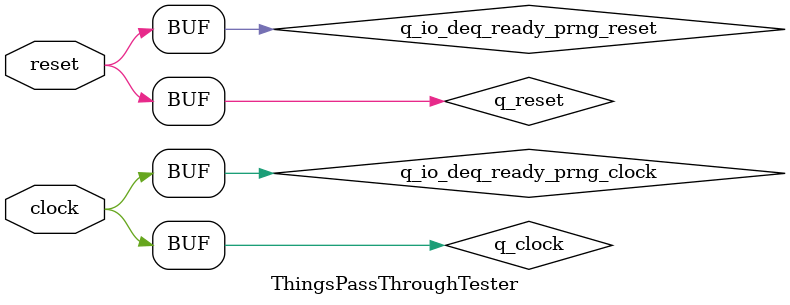
<source format=v>
module Queue(
  input   clock,
  input   reset,
  output  io_enq_ready,
  input   io_enq_valid,
  input   io_enq_bits,
  input   io_deq_ready,
  output  io_deq_valid,
  output  io_deq_bits
);
`ifdef RANDOMIZE_MEM_INIT
  reg [31:0] _RAND_0;
`endif // RANDOMIZE_MEM_INIT
`ifdef RANDOMIZE_REG_INIT
  reg [31:0] _RAND_1;
  reg [31:0] _RAND_2;
  reg [31:0] _RAND_3;
`endif // RANDOMIZE_REG_INIT
  reg  ram [0:1]; // @[Decoupled.scala 220:95]
  wire  ram_io_deq_bits_MPORT_en; // @[Decoupled.scala 220:95]
  wire  ram_io_deq_bits_MPORT_addr; // @[Decoupled.scala 220:95]
  wire  ram_io_deq_bits_MPORT_data; // @[Decoupled.scala 220:95]
  wire  ram_MPORT_data; // @[Decoupled.scala 220:95]
  wire  ram_MPORT_addr; // @[Decoupled.scala 220:95]
  wire  ram_MPORT_mask; // @[Decoupled.scala 220:95]
  wire  ram_MPORT_en; // @[Decoupled.scala 220:95]
  reg  enq_ptr_value; // @[Counter.scala 60:40]
  reg  deq_ptr_value; // @[Counter.scala 60:40]
  reg  maybe_full; // @[Decoupled.scala 223:27]
  wire  ptr_match = enq_ptr_value == deq_ptr_value; // @[Decoupled.scala 225:33]
  wire  empty = ptr_match & ~maybe_full; // @[Decoupled.scala 226:25]
  wire  full = ptr_match & maybe_full; // @[Decoupled.scala 227:24]
  wire  do_enq = io_enq_ready & io_enq_valid; // @[Decoupled.scala 40:37]
  wire  do_deq = io_deq_ready & io_deq_valid; // @[Decoupled.scala 40:37]
  assign ram_io_deq_bits_MPORT_en = 1'h1;
  assign ram_io_deq_bits_MPORT_addr = deq_ptr_value;
  assign ram_io_deq_bits_MPORT_data = ram[ram_io_deq_bits_MPORT_addr]; // @[Decoupled.scala 220:95]
  assign ram_MPORT_data = io_enq_bits;
  assign ram_MPORT_addr = enq_ptr_value;
  assign ram_MPORT_mask = 1'h1;
  assign ram_MPORT_en = io_enq_ready & io_enq_valid;
  assign io_enq_ready = ~full; // @[Decoupled.scala 243:19]
  assign io_deq_valid = ~empty; // @[Decoupled.scala 242:19]
  assign io_deq_bits = ram_io_deq_bits_MPORT_data; // @[Decoupled.scala 251:17]
  always @(posedge clock) begin
    if (ram_MPORT_en & ram_MPORT_mask) begin
      ram[ram_MPORT_addr] <= ram_MPORT_data; // @[Decoupled.scala 220:95]
    end
    if (reset) begin // @[Counter.scala 60:40]
      enq_ptr_value <= 1'h0; // @[Counter.scala 60:40]
    end else if (do_enq) begin // @[Decoupled.scala 231:17]
      enq_ptr_value <= enq_ptr_value + 1'h1; // @[Counter.scala 76:15]
    end
    if (reset) begin // @[Counter.scala 60:40]
      deq_ptr_value <= 1'h0; // @[Counter.scala 60:40]
    end else if (do_deq) begin // @[Decoupled.scala 235:17]
      deq_ptr_value <= deq_ptr_value + 1'h1; // @[Counter.scala 76:15]
    end
    if (reset) begin // @[Decoupled.scala 223:27]
      maybe_full <= 1'h0; // @[Decoupled.scala 223:27]
    end else if (do_enq != do_deq) begin // @[Decoupled.scala 238:28]
      maybe_full <= do_enq; // @[Decoupled.scala 239:16]
    end
  end
// Register and memory initialization
`ifdef RANDOMIZE_GARBAGE_ASSIGN
`define RANDOMIZE
`endif
`ifdef RANDOMIZE_INVALID_ASSIGN
`define RANDOMIZE
`endif
`ifdef RANDOMIZE_REG_INIT
`define RANDOMIZE
`endif
`ifdef RANDOMIZE_MEM_INIT
`define RANDOMIZE
`endif
`ifndef RANDOM
`define RANDOM $random
`endif
`ifdef RANDOMIZE_MEM_INIT
  integer initvar;
`endif
`ifndef SYNTHESIS
`ifdef FIRRTL_BEFORE_INITIAL
`FIRRTL_BEFORE_INITIAL
`endif
initial begin
  `ifdef RANDOMIZE
    `ifdef INIT_RANDOM
      `INIT_RANDOM
    `endif
    `ifndef VERILATOR
      `ifdef RANDOMIZE_DELAY
        #`RANDOMIZE_DELAY begin end
      `else
        #0.002 begin end
      `endif
    `endif
`ifdef RANDOMIZE_MEM_INIT
  _RAND_0 = {1{`RANDOM}};
  for (initvar = 0; initvar < 2; initvar = initvar+1)
    ram[initvar] = _RAND_0[0:0];
`endif // RANDOMIZE_MEM_INIT
`ifdef RANDOMIZE_REG_INIT
  _RAND_1 = {1{`RANDOM}};
  enq_ptr_value = _RAND_1[0:0];
  _RAND_2 = {1{`RANDOM}};
  deq_ptr_value = _RAND_2[0:0];
  _RAND_3 = {1{`RANDOM}};
  maybe_full = _RAND_3[0:0];
`endif // RANDOMIZE_REG_INIT
  `endif // RANDOMIZE
end // initial
`ifdef FIRRTL_AFTER_INITIAL
`FIRRTL_AFTER_INITIAL
`endif
`endif // SYNTHESIS
endmodule
module MaxPeriodFibonacciLFSR(
  input   clock,
  input   reset,
  output  io_out_0,
  output  io_out_1,
  output  io_out_2,
  output  io_out_3,
  output  io_out_4,
  output  io_out_5,
  output  io_out_6,
  output  io_out_7,
  output  io_out_8,
  output  io_out_9,
  output  io_out_10,
  output  io_out_11,
  output  io_out_12,
  output  io_out_13,
  output  io_out_14,
  output  io_out_15
);
`ifdef RANDOMIZE_REG_INIT
  reg [31:0] _RAND_0;
  reg [31:0] _RAND_1;
  reg [31:0] _RAND_2;
  reg [31:0] _RAND_3;
  reg [31:0] _RAND_4;
  reg [31:0] _RAND_5;
  reg [31:0] _RAND_6;
  reg [31:0] _RAND_7;
  reg [31:0] _RAND_8;
  reg [31:0] _RAND_9;
  reg [31:0] _RAND_10;
  reg [31:0] _RAND_11;
  reg [31:0] _RAND_12;
  reg [31:0] _RAND_13;
  reg [31:0] _RAND_14;
  reg [31:0] _RAND_15;
`endif // RANDOMIZE_REG_INIT
  reg  state_0; // @[PRNG.scala 47:50]
  reg  state_1; // @[PRNG.scala 47:50]
  reg  state_2; // @[PRNG.scala 47:50]
  reg  state_3; // @[PRNG.scala 47:50]
  reg  state_4; // @[PRNG.scala 47:50]
  reg  state_5; // @[PRNG.scala 47:50]
  reg  state_6; // @[PRNG.scala 47:50]
  reg  state_7; // @[PRNG.scala 47:50]
  reg  state_8; // @[PRNG.scala 47:50]
  reg  state_9; // @[PRNG.scala 47:50]
  reg  state_10; // @[PRNG.scala 47:50]
  reg  state_11; // @[PRNG.scala 47:50]
  reg  state_12; // @[PRNG.scala 47:50]
  reg  state_13; // @[PRNG.scala 47:50]
  reg  state_14; // @[PRNG.scala 47:50]
  reg  state_15; // @[PRNG.scala 47:50]
  wire  _T_2 = state_15 ^ state_13 ^ state_12 ^ state_10; // @[LFSR.scala 15:41]
  assign io_out_0 = state_0; // @[PRNG.scala 69:10]
  assign io_out_1 = state_1; // @[PRNG.scala 69:10]
  assign io_out_2 = state_2; // @[PRNG.scala 69:10]
  assign io_out_3 = state_3; // @[PRNG.scala 69:10]
  assign io_out_4 = state_4; // @[PRNG.scala 69:10]
  assign io_out_5 = state_5; // @[PRNG.scala 69:10]
  assign io_out_6 = state_6; // @[PRNG.scala 69:10]
  assign io_out_7 = state_7; // @[PRNG.scala 69:10]
  assign io_out_8 = state_8; // @[PRNG.scala 69:10]
  assign io_out_9 = state_9; // @[PRNG.scala 69:10]
  assign io_out_10 = state_10; // @[PRNG.scala 69:10]
  assign io_out_11 = state_11; // @[PRNG.scala 69:10]
  assign io_out_12 = state_12; // @[PRNG.scala 69:10]
  assign io_out_13 = state_13; // @[PRNG.scala 69:10]
  assign io_out_14 = state_14; // @[PRNG.scala 69:10]
  assign io_out_15 = state_15; // @[PRNG.scala 69:10]
  always @(posedge clock) begin
    state_0 <= reset | _T_2; // @[PRNG.scala 47:{50,50}]
    if (reset) begin // @[PRNG.scala 47:50]
      state_1 <= 1'h0; // @[PRNG.scala 47:50]
    end else begin
      state_1 <= state_0;
    end
    if (reset) begin // @[PRNG.scala 47:50]
      state_2 <= 1'h0; // @[PRNG.scala 47:50]
    end else begin
      state_2 <= state_1;
    end
    if (reset) begin // @[PRNG.scala 47:50]
      state_3 <= 1'h0; // @[PRNG.scala 47:50]
    end else begin
      state_3 <= state_2;
    end
    if (reset) begin // @[PRNG.scala 47:50]
      state_4 <= 1'h0; // @[PRNG.scala 47:50]
    end else begin
      state_4 <= state_3;
    end
    if (reset) begin // @[PRNG.scala 47:50]
      state_5 <= 1'h0; // @[PRNG.scala 47:50]
    end else begin
      state_5 <= state_4;
    end
    if (reset) begin // @[PRNG.scala 47:50]
      state_6 <= 1'h0; // @[PRNG.scala 47:50]
    end else begin
      state_6 <= state_5;
    end
    if (reset) begin // @[PRNG.scala 47:50]
      state_7 <= 1'h0; // @[PRNG.scala 47:50]
    end else begin
      state_7 <= state_6;
    end
    if (reset) begin // @[PRNG.scala 47:50]
      state_8 <= 1'h0; // @[PRNG.scala 47:50]
    end else begin
      state_8 <= state_7;
    end
    if (reset) begin // @[PRNG.scala 47:50]
      state_9 <= 1'h0; // @[PRNG.scala 47:50]
    end else begin
      state_9 <= state_8;
    end
    if (reset) begin // @[PRNG.scala 47:50]
      state_10 <= 1'h0; // @[PRNG.scala 47:50]
    end else begin
      state_10 <= state_9;
    end
    if (reset) begin // @[PRNG.scala 47:50]
      state_11 <= 1'h0; // @[PRNG.scala 47:50]
    end else begin
      state_11 <= state_10;
    end
    if (reset) begin // @[PRNG.scala 47:50]
      state_12 <= 1'h0; // @[PRNG.scala 47:50]
    end else begin
      state_12 <= state_11;
    end
    if (reset) begin // @[PRNG.scala 47:50]
      state_13 <= 1'h0; // @[PRNG.scala 47:50]
    end else begin
      state_13 <= state_12;
    end
    if (reset) begin // @[PRNG.scala 47:50]
      state_14 <= 1'h0; // @[PRNG.scala 47:50]
    end else begin
      state_14 <= state_13;
    end
    if (reset) begin // @[PRNG.scala 47:50]
      state_15 <= 1'h0; // @[PRNG.scala 47:50]
    end else begin
      state_15 <= state_14;
    end
  end
// Register and memory initialization
`ifdef RANDOMIZE_GARBAGE_ASSIGN
`define RANDOMIZE
`endif
`ifdef RANDOMIZE_INVALID_ASSIGN
`define RANDOMIZE
`endif
`ifdef RANDOMIZE_REG_INIT
`define RANDOMIZE
`endif
`ifdef RANDOMIZE_MEM_INIT
`define RANDOMIZE
`endif
`ifndef RANDOM
`define RANDOM $random
`endif
`ifdef RANDOMIZE_MEM_INIT
  integer initvar;
`endif
`ifndef SYNTHESIS
`ifdef FIRRTL_BEFORE_INITIAL
`FIRRTL_BEFORE_INITIAL
`endif
initial begin
  `ifdef RANDOMIZE
    `ifdef INIT_RANDOM
      `INIT_RANDOM
    `endif
    `ifndef VERILATOR
      `ifdef RANDOMIZE_DELAY
        #`RANDOMIZE_DELAY begin end
      `else
        #0.002 begin end
      `endif
    `endif
`ifdef RANDOMIZE_REG_INIT
  _RAND_0 = {1{`RANDOM}};
  state_0 = _RAND_0[0:0];
  _RAND_1 = {1{`RANDOM}};
  state_1 = _RAND_1[0:0];
  _RAND_2 = {1{`RANDOM}};
  state_2 = _RAND_2[0:0];
  _RAND_3 = {1{`RANDOM}};
  state_3 = _RAND_3[0:0];
  _RAND_4 = {1{`RANDOM}};
  state_4 = _RAND_4[0:0];
  _RAND_5 = {1{`RANDOM}};
  state_5 = _RAND_5[0:0];
  _RAND_6 = {1{`RANDOM}};
  state_6 = _RAND_6[0:0];
  _RAND_7 = {1{`RANDOM}};
  state_7 = _RAND_7[0:0];
  _RAND_8 = {1{`RANDOM}};
  state_8 = _RAND_8[0:0];
  _RAND_9 = {1{`RANDOM}};
  state_9 = _RAND_9[0:0];
  _RAND_10 = {1{`RANDOM}};
  state_10 = _RAND_10[0:0];
  _RAND_11 = {1{`RANDOM}};
  state_11 = _RAND_11[0:0];
  _RAND_12 = {1{`RANDOM}};
  state_12 = _RAND_12[0:0];
  _RAND_13 = {1{`RANDOM}};
  state_13 = _RAND_13[0:0];
  _RAND_14 = {1{`RANDOM}};
  state_14 = _RAND_14[0:0];
  _RAND_15 = {1{`RANDOM}};
  state_15 = _RAND_15[0:0];
`endif // RANDOMIZE_REG_INIT
  `endif // RANDOMIZE
end // initial
`ifdef FIRRTL_AFTER_INITIAL
`FIRRTL_AFTER_INITIAL
`endif
`endif // SYNTHESIS
endmodule
module ThingsPassThroughTester(
  input   clock,
  input   reset
);
`ifdef RANDOMIZE_REG_INIT
  reg [31:0] _RAND_0;
  reg [31:0] _RAND_1;
`endif // RANDOMIZE_REG_INIT
  wire  q_clock; // @[QueueSpec.scala 13:17]
  wire  q_reset; // @[QueueSpec.scala 13:17]
  wire  q_io_enq_ready; // @[QueueSpec.scala 13:17]
  wire  q_io_enq_valid; // @[QueueSpec.scala 13:17]
  wire  q_io_enq_bits; // @[QueueSpec.scala 13:17]
  wire  q_io_deq_ready; // @[QueueSpec.scala 13:17]
  wire  q_io_deq_valid; // @[QueueSpec.scala 13:17]
  wire  q_io_deq_bits; // @[QueueSpec.scala 13:17]
  wire  q_io_deq_ready_prng_clock; // @[PRNG.scala 82:22]
  wire  q_io_deq_ready_prng_reset; // @[PRNG.scala 82:22]
  wire  q_io_deq_ready_prng_io_out_0; // @[PRNG.scala 82:22]
  wire  q_io_deq_ready_prng_io_out_1; // @[PRNG.scala 82:22]
  wire  q_io_deq_ready_prng_io_out_2; // @[PRNG.scala 82:22]
  wire  q_io_deq_ready_prng_io_out_3; // @[PRNG.scala 82:22]
  wire  q_io_deq_ready_prng_io_out_4; // @[PRNG.scala 82:22]
  wire  q_io_deq_ready_prng_io_out_5; // @[PRNG.scala 82:22]
  wire  q_io_deq_ready_prng_io_out_6; // @[PRNG.scala 82:22]
  wire  q_io_deq_ready_prng_io_out_7; // @[PRNG.scala 82:22]
  wire  q_io_deq_ready_prng_io_out_8; // @[PRNG.scala 82:22]
  wire  q_io_deq_ready_prng_io_out_9; // @[PRNG.scala 82:22]
  wire  q_io_deq_ready_prng_io_out_10; // @[PRNG.scala 82:22]
  wire  q_io_deq_ready_prng_io_out_11; // @[PRNG.scala 82:22]
  wire  q_io_deq_ready_prng_io_out_12; // @[PRNG.scala 82:22]
  wire  q_io_deq_ready_prng_io_out_13; // @[PRNG.scala 82:22]
  wire  q_io_deq_ready_prng_io_out_14; // @[PRNG.scala 82:22]
  wire  q_io_deq_ready_prng_io_out_15; // @[PRNG.scala 82:22]
  reg [4:0] value; // @[Counter.scala 60:40]
  reg [4:0] value_1; // @[Counter.scala 60:40]
  wire [7:0] q_io_deq_ready_lo = {q_io_deq_ready_prng_io_out_7,q_io_deq_ready_prng_io_out_6,q_io_deq_ready_prng_io_out_5
    ,q_io_deq_ready_prng_io_out_4,q_io_deq_ready_prng_io_out_3,q_io_deq_ready_prng_io_out_2,q_io_deq_ready_prng_io_out_1
    ,q_io_deq_ready_prng_io_out_0}; // @[PRNG.scala 86:17]
  wire [15:0] _q_io_deq_ready_T = {q_io_deq_ready_prng_io_out_15,q_io_deq_ready_prng_io_out_14,
    q_io_deq_ready_prng_io_out_13,q_io_deq_ready_prng_io_out_12,q_io_deq_ready_prng_io_out_11,
    q_io_deq_ready_prng_io_out_10,q_io_deq_ready_prng_io_out_9,q_io_deq_ready_prng_io_out_8,q_io_deq_ready_lo}; // @[PRNG.scala 86:17]
  wire  _GEN_2 = 5'h2 == value ? 1'h0 : 1'h1; // @[QueueSpec.scala 23:{17,17}]
  wire  _GEN_5 = 5'h5 == value ? 1'h0 : 5'h4 == value | (5'h3 == value | _GEN_2); // @[QueueSpec.scala 23:{17,17}]
  wire  _GEN_7 = 5'h7 == value ? 1'h0 : 5'h6 == value | _GEN_5; // @[QueueSpec.scala 23:{17,17}]
  wire  _GEN_8 = 5'h8 == value ? 1'h0 : _GEN_7; // @[QueueSpec.scala 23:{17,17}]
  wire  _GEN_9 = 5'h9 == value ? 1'h0 : _GEN_8; // @[QueueSpec.scala 23:{17,17}]
  wire  _GEN_12 = 5'hc == value ? 1'h0 : 5'hb == value | (5'ha == value | _GEN_9); // @[QueueSpec.scala 23:{17,17}]
  wire  _GEN_14 = 5'he == value ? 1'h0 : 5'hd == value | _GEN_12; // @[QueueSpec.scala 23:{17,17}]
  wire  _GEN_17 = 5'h11 == value ? 1'h0 : 5'h10 == value | (5'hf == value | _GEN_14); // @[QueueSpec.scala 23:{17,17}]
  wire  _T = q_io_enq_ready & q_io_enq_valid; // @[Decoupled.scala 40:37]
  wire  wrap = value == 5'h14; // @[Counter.scala 72:24]
  wire [4:0] _value_T_1 = value + 5'h1; // @[Counter.scala 76:24]
  wire  _T_1 = q_io_deq_ready & q_io_deq_valid; // @[Decoupled.scala 40:37]
  wire  _GEN_24 = 5'h2 == value_1 ? 1'h0 : 1'h1; // @[QueueSpec.scala 29:{32,32}]
  wire  _GEN_27 = 5'h5 == value_1 ? 1'h0 : 5'h4 == value_1 | (5'h3 == value_1 | _GEN_24); // @[QueueSpec.scala 29:{32,32}]
  wire  _GEN_29 = 5'h7 == value_1 ? 1'h0 : 5'h6 == value_1 | _GEN_27; // @[QueueSpec.scala 29:{32,32}]
  wire  _GEN_30 = 5'h8 == value_1 ? 1'h0 : _GEN_29; // @[QueueSpec.scala 29:{32,32}]
  wire  _GEN_31 = 5'h9 == value_1 ? 1'h0 : _GEN_30; // @[QueueSpec.scala 29:{32,32}]
  wire  _GEN_34 = 5'hc == value_1 ? 1'h0 : 5'hb == value_1 | (5'ha == value_1 | _GEN_31); // @[QueueSpec.scala 29:{32,32}]
  wire  _GEN_36 = 5'he == value_1 ? 1'h0 : 5'hd == value_1 | _GEN_34; // @[QueueSpec.scala 29:{32,32}]
  wire  _GEN_39 = 5'h11 == value_1 ? 1'h0 : 5'h10 == value_1 | (5'hf == value_1 | _GEN_36); // @[QueueSpec.scala 29:{32,32}]
  wire  _GEN_41 = 5'h13 == value_1 ? 1'h0 : 5'h12 == value_1 | _GEN_39; // @[QueueSpec.scala 29:{32,32}]
  wire  wrap_1 = value_1 == 5'h14; // @[Counter.scala 72:24]
  wire [4:0] _value_T_3 = value_1 + 5'h1; // @[Counter.scala 76:24]
  Queue q ( // @[QueueSpec.scala 13:17]
    .clock(q_clock),
    .reset(q_reset),
    .io_enq_ready(q_io_enq_ready),
    .io_enq_valid(q_io_enq_valid),
    .io_enq_bits(q_io_enq_bits),
    .io_deq_ready(q_io_deq_ready),
    .io_deq_valid(q_io_deq_valid),
    .io_deq_bits(q_io_deq_bits)
  );
  MaxPeriodFibonacciLFSR q_io_deq_ready_prng ( // @[PRNG.scala 82:22]
    .clock(q_io_deq_ready_prng_clock),
    .reset(q_io_deq_ready_prng_reset),
    .io_out_0(q_io_deq_ready_prng_io_out_0),
    .io_out_1(q_io_deq_ready_prng_io_out_1),
    .io_out_2(q_io_deq_ready_prng_io_out_2),
    .io_out_3(q_io_deq_ready_prng_io_out_3),
    .io_out_4(q_io_deq_ready_prng_io_out_4),
    .io_out_5(q_io_deq_ready_prng_io_out_5),
    .io_out_6(q_io_deq_ready_prng_io_out_6),
    .io_out_7(q_io_deq_ready_prng_io_out_7),
    .io_out_8(q_io_deq_ready_prng_io_out_8),
    .io_out_9(q_io_deq_ready_prng_io_out_9),
    .io_out_10(q_io_deq_ready_prng_io_out_10),
    .io_out_11(q_io_deq_ready_prng_io_out_11),
    .io_out_12(q_io_deq_ready_prng_io_out_12),
    .io_out_13(q_io_deq_ready_prng_io_out_13),
    .io_out_14(q_io_deq_ready_prng_io_out_14),
    .io_out_15(q_io_deq_ready_prng_io_out_15)
  );
  assign q_clock = clock;
  assign q_reset = reset;
  assign q_io_enq_valid = value < 5'h14; // @[QueueSpec.scala 20:34]
  assign q_io_enq_bits = 5'h13 == value ? 1'h0 : 5'h12 == value | _GEN_17; // @[QueueSpec.scala 23:{17,17}]
  assign q_io_deq_ready = _q_io_deq_ready_T[13]; // @[QueueSpec.scala 21:29]
  assign q_io_deq_ready_prng_clock = clock;
  assign q_io_deq_ready_prng_reset = reset;
  always @(posedge clock) begin
    if (reset) begin // @[Counter.scala 60:40]
      value <= 5'h0; // @[Counter.scala 60:40]
    end else if (_T) begin // @[QueueSpec.scala 24:25]
      if (wrap) begin // @[Counter.scala 86:20]
        value <= 5'h0; // @[Counter.scala 86:28]
      end else begin
        value <= _value_T_1; // @[Counter.scala 76:15]
      end
    end
    if (reset) begin // @[Counter.scala 60:40]
      value_1 <= 5'h0; // @[Counter.scala 60:40]
    end else if (_T_1) begin // @[QueueSpec.scala 27:25]
      if (wrap_1) begin // @[Counter.scala 86:20]
        value_1 <= 5'h0; // @[Counter.scala 86:28]
      end else begin
        value_1 <= _value_T_3; // @[Counter.scala 76:15]
      end
    end
    `ifndef SYNTHESIS
    `ifdef PRINTF_COND
      if (`PRINTF_COND) begin
    `endif
        if (_T_1 & ~(_GEN_41 == q_io_deq_bits | reset)) begin
          $fwrite(32'h80000002,
            "Assertion failed\n    at QueueSpec.scala:29 assert(elems(outCnt.value) === q.io.deq.bits)\n"); // @[QueueSpec.scala 29:11]
        end
    `ifdef PRINTF_COND
      end
    `endif
    `endif // SYNTHESIS
    `ifndef SYNTHESIS
    `ifdef STOP_COND
      if (`STOP_COND) begin
    `endif
        if (_T_1 & ~(_GEN_41 == q_io_deq_bits | reset)) begin
          $fatal; // @[QueueSpec.scala 29:11]
        end
    `ifdef STOP_COND
      end
    `endif
    `endif // SYNTHESIS
    `ifndef SYNTHESIS
    `ifdef STOP_COND
      if (`STOP_COND) begin
    `endif
        if (wrap_1 & ~reset) begin
          $finish; // @[QueueSpec.scala 33:9]
        end
    `ifdef STOP_COND
      end
    `endif
    `endif // SYNTHESIS
  end
// Register and memory initialization
`ifdef RANDOMIZE_GARBAGE_ASSIGN
`define RANDOMIZE
`endif
`ifdef RANDOMIZE_INVALID_ASSIGN
`define RANDOMIZE
`endif
`ifdef RANDOMIZE_REG_INIT
`define RANDOMIZE
`endif
`ifdef RANDOMIZE_MEM_INIT
`define RANDOMIZE
`endif
`ifndef RANDOM
`define RANDOM $random
`endif
`ifdef RANDOMIZE_MEM_INIT
  integer initvar;
`endif
`ifndef SYNTHESIS
`ifdef FIRRTL_BEFORE_INITIAL
`FIRRTL_BEFORE_INITIAL
`endif
initial begin
  `ifdef RANDOMIZE
    `ifdef INIT_RANDOM
      `INIT_RANDOM
    `endif
    `ifndef VERILATOR
      `ifdef RANDOMIZE_DELAY
        #`RANDOMIZE_DELAY begin end
      `else
        #0.002 begin end
      `endif
    `endif
`ifdef RANDOMIZE_REG_INIT
  _RAND_0 = {1{`RANDOM}};
  value = _RAND_0[4:0];
  _RAND_1 = {1{`RANDOM}};
  value_1 = _RAND_1[4:0];
`endif // RANDOMIZE_REG_INIT
  `endif // RANDOMIZE
end // initial
`ifdef FIRRTL_AFTER_INITIAL
`FIRRTL_AFTER_INITIAL
`endif
`endif // SYNTHESIS
endmodule

</source>
